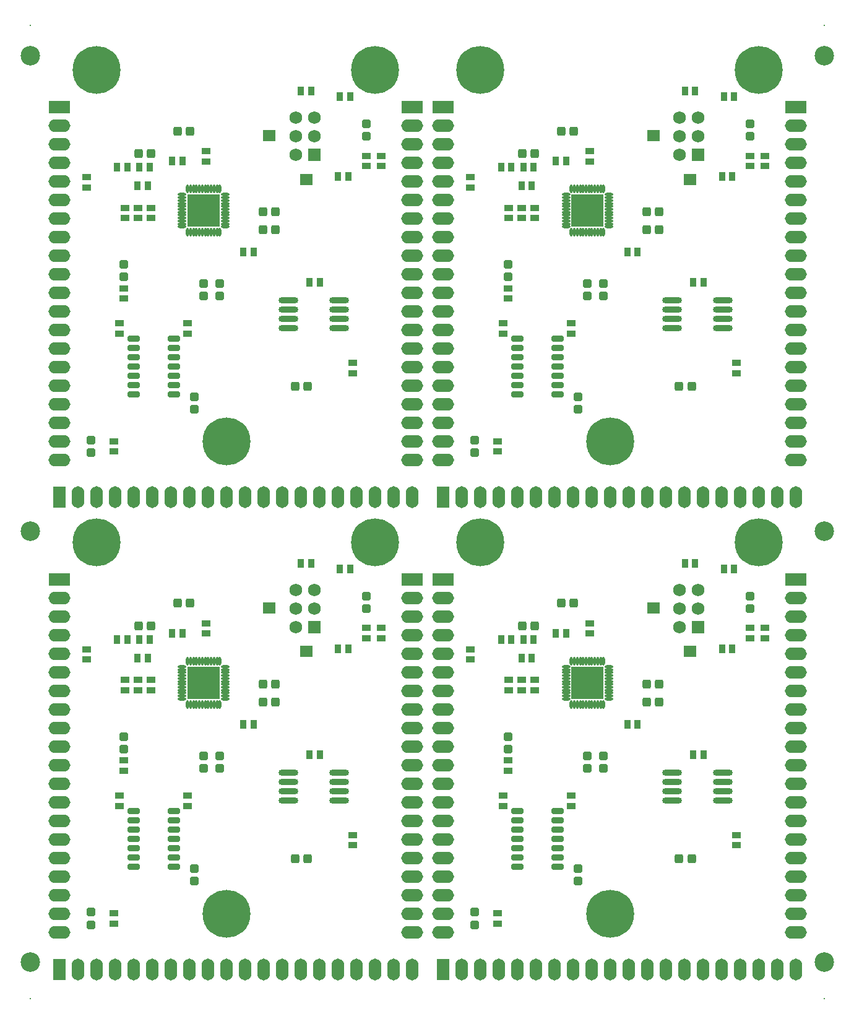
<source format=gts>
G04 Layer_Color=8388736*
%FSLAX25Y25*%
%MOIN*%
G70*
G01*
G75*
%ADD45R,0.07087X0.06299*%
%ADD46C,0.10512*%
%ADD47R,0.04540X0.03753*%
%ADD48R,0.03753X0.04540*%
G04:AMPARAMS|DCode=49|XSize=47.37mil|YSize=43.43mil|CornerRadius=8.43mil|HoleSize=0mil|Usage=FLASHONLY|Rotation=0.000|XOffset=0mil|YOffset=0mil|HoleType=Round|Shape=RoundedRectangle|*
%AMROUNDEDRECTD49*
21,1,0.04737,0.02657,0,0,0.0*
21,1,0.03051,0.04343,0,0,0.0*
1,1,0.01686,0.01526,-0.01329*
1,1,0.01686,-0.01526,-0.01329*
1,1,0.01686,-0.01526,0.01329*
1,1,0.01686,0.01526,0.01329*
%
%ADD49ROUNDEDRECTD49*%
%ADD50R,0.03300X0.05800*%
G04:AMPARAMS|DCode=51|XSize=47.37mil|YSize=43.43mil|CornerRadius=8.43mil|HoleSize=0mil|Usage=FLASHONLY|Rotation=90.000|XOffset=0mil|YOffset=0mil|HoleType=Round|Shape=RoundedRectangle|*
%AMROUNDEDRECTD51*
21,1,0.04737,0.02657,0,0,90.0*
21,1,0.03051,0.04343,0,0,90.0*
1,1,0.01686,0.01329,0.01526*
1,1,0.01686,0.01329,-0.01526*
1,1,0.01686,-0.01329,-0.01526*
1,1,0.01686,-0.01329,0.01526*
%
%ADD51ROUNDEDRECTD51*%
G04:AMPARAMS|DCode=52|XSize=31.62mil|YSize=65.09mil|CornerRadius=5.18mil|HoleSize=0mil|Usage=FLASHONLY|Rotation=90.000|XOffset=0mil|YOffset=0mil|HoleType=Round|Shape=RoundedRectangle|*
%AMROUNDEDRECTD52*
21,1,0.03162,0.05472,0,0,90.0*
21,1,0.02126,0.06509,0,0,90.0*
1,1,0.01036,0.02736,0.01063*
1,1,0.01036,0.02736,-0.01063*
1,1,0.01036,-0.02736,-0.01063*
1,1,0.01036,-0.02736,0.01063*
%
%ADD52ROUNDEDRECTD52*%
%ADD53O,0.10642X0.03359*%
%ADD54R,0.17729X0.17729*%
%ADD55O,0.01745X0.04540*%
%ADD56O,0.04540X0.01745*%
%ADD57C,0.00800*%
%ADD58C,0.25800*%
%ADD59O,0.11800X0.06800*%
%ADD60R,0.11800X0.06800*%
%ADD61O,0.06800X0.11800*%
%ADD62R,0.06800X0.11800*%
%ADD63R,0.06902X0.06902*%
%ADD64C,0.06902*%
%ADD65C,0.02768*%
D45*
X121066Y202756D02*
D03*
X140751Y179134D02*
D03*
X327766Y202756D02*
D03*
X347451Y179134D02*
D03*
X121066Y456956D02*
D03*
X140751Y433334D02*
D03*
X327766Y456956D02*
D03*
X347451Y433334D02*
D03*
D46*
X-7874Y11811D02*
D03*
X419874D02*
D03*
Y244094D02*
D03*
X-7874D02*
D03*
X419874Y500000D02*
D03*
X-7874D02*
D03*
D47*
X42720Y114961D02*
D03*
Y120473D02*
D03*
X165948Y80315D02*
D03*
Y74803D02*
D03*
X43330Y158339D02*
D03*
Y163850D02*
D03*
X50330D02*
D03*
Y158339D02*
D03*
X57330D02*
D03*
Y163850D02*
D03*
X86830Y194350D02*
D03*
Y188839D02*
D03*
X173330Y186339D02*
D03*
Y191850D02*
D03*
X181330Y186339D02*
D03*
Y191850D02*
D03*
X37330Y38177D02*
D03*
Y32665D02*
D03*
X22507Y180276D02*
D03*
Y174764D02*
D03*
X76972Y101575D02*
D03*
Y96063D02*
D03*
X40358Y101575D02*
D03*
Y96063D02*
D03*
X249420Y114961D02*
D03*
Y120473D02*
D03*
X372648Y80315D02*
D03*
Y74803D02*
D03*
X250030Y158339D02*
D03*
Y163850D02*
D03*
X257030D02*
D03*
Y158339D02*
D03*
X264030D02*
D03*
Y163850D02*
D03*
X293530Y194350D02*
D03*
Y188839D02*
D03*
X380030Y186339D02*
D03*
Y191850D02*
D03*
X388030Y186339D02*
D03*
Y191850D02*
D03*
X244030Y38177D02*
D03*
Y32665D02*
D03*
X229207Y180276D02*
D03*
Y174764D02*
D03*
X283672Y101575D02*
D03*
Y96063D02*
D03*
X247058Y101575D02*
D03*
Y96063D02*
D03*
X42720Y369161D02*
D03*
Y374673D02*
D03*
X165948Y334515D02*
D03*
Y329003D02*
D03*
X43330Y412539D02*
D03*
Y418050D02*
D03*
X50330D02*
D03*
Y412539D02*
D03*
X57330D02*
D03*
Y418050D02*
D03*
X86830Y448550D02*
D03*
Y443039D02*
D03*
X173330Y440539D02*
D03*
Y446050D02*
D03*
X181330Y440539D02*
D03*
Y446050D02*
D03*
X37330Y292377D02*
D03*
Y286865D02*
D03*
X22507Y434476D02*
D03*
Y428964D02*
D03*
X76972Y355775D02*
D03*
Y350263D02*
D03*
X40358Y355775D02*
D03*
Y350263D02*
D03*
X249420Y369161D02*
D03*
Y374673D02*
D03*
X372648Y334515D02*
D03*
Y329003D02*
D03*
X250030Y412539D02*
D03*
Y418050D02*
D03*
X257030D02*
D03*
Y412539D02*
D03*
X264030D02*
D03*
Y418050D02*
D03*
X293530Y448550D02*
D03*
Y443039D02*
D03*
X380030Y440539D02*
D03*
Y446050D02*
D03*
X388030Y440539D02*
D03*
Y446050D02*
D03*
X244030Y292377D02*
D03*
Y286865D02*
D03*
X229207Y434476D02*
D03*
Y428964D02*
D03*
X283672Y355775D02*
D03*
Y350263D02*
D03*
X247058Y355775D02*
D03*
Y350263D02*
D03*
D48*
X55586Y175594D02*
D03*
X50074D02*
D03*
X74086Y189094D02*
D03*
X68574D02*
D03*
X148086Y123594D02*
D03*
X142574D02*
D03*
X159074Y223594D02*
D03*
X164586D02*
D03*
X158074Y180595D02*
D03*
X163586D02*
D03*
X39074Y185594D02*
D03*
X44586D02*
D03*
X56586D02*
D03*
X51074D02*
D03*
X107074Y140094D02*
D03*
X112586D02*
D03*
X138074Y226594D02*
D03*
X143586D02*
D03*
X262286Y175594D02*
D03*
X256774D02*
D03*
X280786Y189094D02*
D03*
X275274D02*
D03*
X354786Y123594D02*
D03*
X349274D02*
D03*
X365774Y223594D02*
D03*
X371286D02*
D03*
X364774Y180595D02*
D03*
X370286D02*
D03*
X245774Y185594D02*
D03*
X251286D02*
D03*
X263286D02*
D03*
X257774D02*
D03*
X313774Y140094D02*
D03*
X319286D02*
D03*
X344774Y226594D02*
D03*
X350286D02*
D03*
X55586Y429795D02*
D03*
X50074D02*
D03*
X74086Y443294D02*
D03*
X68574D02*
D03*
X148086Y377795D02*
D03*
X142574D02*
D03*
X159074Y477795D02*
D03*
X164586D02*
D03*
X158074Y434795D02*
D03*
X163586D02*
D03*
X39074Y439794D02*
D03*
X44586D02*
D03*
X56586D02*
D03*
X51074D02*
D03*
X107074Y394295D02*
D03*
X112586D02*
D03*
X138074Y480794D02*
D03*
X143586D02*
D03*
X262286Y429795D02*
D03*
X256774D02*
D03*
X280786Y443294D02*
D03*
X275274D02*
D03*
X354786Y377795D02*
D03*
X349274D02*
D03*
X365774Y477795D02*
D03*
X371286D02*
D03*
X364774Y434795D02*
D03*
X370286D02*
D03*
X245774Y439794D02*
D03*
X251286D02*
D03*
X263286D02*
D03*
X257774D02*
D03*
X313774Y394295D02*
D03*
X319286D02*
D03*
X344774Y480794D02*
D03*
X350286D02*
D03*
D49*
X173330Y208941D02*
D03*
Y202248D02*
D03*
X42720Y133268D02*
D03*
Y126575D02*
D03*
X85633Y123031D02*
D03*
Y116339D02*
D03*
X80515Y55512D02*
D03*
Y62205D02*
D03*
X25003Y32087D02*
D03*
Y38780D02*
D03*
X94295Y116339D02*
D03*
Y123031D02*
D03*
X380030Y208941D02*
D03*
Y202248D02*
D03*
X249420Y133268D02*
D03*
Y126575D02*
D03*
X292333Y123031D02*
D03*
Y116339D02*
D03*
X287215Y55512D02*
D03*
Y62205D02*
D03*
X231703Y32087D02*
D03*
Y38780D02*
D03*
X300994Y116339D02*
D03*
Y123031D02*
D03*
X173330Y463141D02*
D03*
Y456448D02*
D03*
X42720Y387468D02*
D03*
Y380775D02*
D03*
X85633Y377232D02*
D03*
Y370539D02*
D03*
X80515Y309712D02*
D03*
Y316405D02*
D03*
X25003Y286287D02*
D03*
Y292980D02*
D03*
X94295Y370539D02*
D03*
Y377232D02*
D03*
X380030Y463141D02*
D03*
Y456448D02*
D03*
X249420Y387468D02*
D03*
Y380775D02*
D03*
X292333Y377232D02*
D03*
Y370539D02*
D03*
X287215Y309712D02*
D03*
Y316405D02*
D03*
X231703Y286287D02*
D03*
Y292980D02*
D03*
X300994Y370539D02*
D03*
Y377232D02*
D03*
D50*
X122688Y202756D02*
D03*
X119445D02*
D03*
X142373Y179134D02*
D03*
X139129D02*
D03*
X329388Y202756D02*
D03*
X326145D02*
D03*
X349073Y179134D02*
D03*
X345830D02*
D03*
X122688Y456956D02*
D03*
X119445D02*
D03*
X142373Y433334D02*
D03*
X139129D02*
D03*
X329388Y456956D02*
D03*
X326145D02*
D03*
X349073Y433334D02*
D03*
X345830D02*
D03*
D51*
X50484Y193095D02*
D03*
X57176D02*
D03*
X71657Y205118D02*
D03*
X78350D02*
D03*
X124176Y161594D02*
D03*
X117483D02*
D03*
X124176Y152094D02*
D03*
X117483D02*
D03*
X141735Y67716D02*
D03*
X135043D02*
D03*
X257184Y193095D02*
D03*
X263876D02*
D03*
X278357Y205118D02*
D03*
X285050D02*
D03*
X330876Y161594D02*
D03*
X324183D02*
D03*
X330876Y152094D02*
D03*
X324183D02*
D03*
X348435Y67716D02*
D03*
X341742D02*
D03*
X50484Y447295D02*
D03*
X57176D02*
D03*
X71657Y459318D02*
D03*
X78350D02*
D03*
X124176Y415795D02*
D03*
X117483D02*
D03*
X124176Y406294D02*
D03*
X117483D02*
D03*
X141735Y321917D02*
D03*
X135043D02*
D03*
X257184Y447295D02*
D03*
X263876D02*
D03*
X278357Y459318D02*
D03*
X285050D02*
D03*
X330876Y415795D02*
D03*
X324183D02*
D03*
X330876Y406294D02*
D03*
X324183D02*
D03*
X348435Y321917D02*
D03*
X341742D02*
D03*
D52*
X48035Y93386D02*
D03*
Y88386D02*
D03*
Y83386D02*
D03*
Y78386D02*
D03*
Y73386D02*
D03*
Y68386D02*
D03*
Y63386D02*
D03*
X69491Y93386D02*
D03*
Y88386D02*
D03*
Y83386D02*
D03*
Y78386D02*
D03*
Y73386D02*
D03*
Y68386D02*
D03*
Y63386D02*
D03*
X254735Y93386D02*
D03*
Y88386D02*
D03*
Y83386D02*
D03*
Y78386D02*
D03*
Y73386D02*
D03*
Y68386D02*
D03*
Y63386D02*
D03*
X276191Y93386D02*
D03*
Y88386D02*
D03*
Y83386D02*
D03*
Y78386D02*
D03*
Y73386D02*
D03*
Y68386D02*
D03*
Y63386D02*
D03*
X48035Y347586D02*
D03*
Y342586D02*
D03*
Y337586D02*
D03*
Y332586D02*
D03*
Y327586D02*
D03*
Y322586D02*
D03*
Y317586D02*
D03*
X69491Y347586D02*
D03*
Y342586D02*
D03*
Y337586D02*
D03*
Y332586D02*
D03*
Y327586D02*
D03*
Y322586D02*
D03*
Y317586D02*
D03*
X254735Y347586D02*
D03*
Y342586D02*
D03*
Y337586D02*
D03*
Y332586D02*
D03*
Y327586D02*
D03*
Y322586D02*
D03*
Y317586D02*
D03*
X276191Y347586D02*
D03*
Y342586D02*
D03*
Y337586D02*
D03*
Y332586D02*
D03*
Y327586D02*
D03*
Y322586D02*
D03*
Y317586D02*
D03*
D53*
X131247Y114094D02*
D03*
Y109095D02*
D03*
Y104095D02*
D03*
Y99094D02*
D03*
X158413Y114094D02*
D03*
Y109095D02*
D03*
Y104095D02*
D03*
Y99094D02*
D03*
X337947Y114094D02*
D03*
Y109095D02*
D03*
Y104095D02*
D03*
Y99094D02*
D03*
X365113Y114094D02*
D03*
Y109095D02*
D03*
Y104095D02*
D03*
Y99094D02*
D03*
X131247Y368295D02*
D03*
Y363295D02*
D03*
Y358295D02*
D03*
Y353294D02*
D03*
X158413Y368295D02*
D03*
Y363295D02*
D03*
Y358295D02*
D03*
Y353294D02*
D03*
X337947Y368295D02*
D03*
Y363295D02*
D03*
Y358295D02*
D03*
Y353294D02*
D03*
X365113Y368295D02*
D03*
Y363295D02*
D03*
Y358295D02*
D03*
Y353294D02*
D03*
D54*
X85668Y162291D02*
D03*
X292369D02*
D03*
X85668Y416491D02*
D03*
X292369D02*
D03*
D55*
X77007Y173906D02*
D03*
X78582D02*
D03*
X80157D02*
D03*
X81731D02*
D03*
X83306D02*
D03*
X84881D02*
D03*
X86456D02*
D03*
X88031D02*
D03*
X89605D02*
D03*
X91180D02*
D03*
X92755D02*
D03*
X94330D02*
D03*
Y150677D02*
D03*
X92755D02*
D03*
X91180D02*
D03*
X89605D02*
D03*
X88031D02*
D03*
X86456D02*
D03*
X84881D02*
D03*
X83306D02*
D03*
X81731D02*
D03*
X80157D02*
D03*
X78582D02*
D03*
X77007D02*
D03*
X283707Y173906D02*
D03*
X285282D02*
D03*
X286857D02*
D03*
X288432D02*
D03*
X290006D02*
D03*
X291581D02*
D03*
X293156D02*
D03*
X294731D02*
D03*
X296305D02*
D03*
X297880D02*
D03*
X299455D02*
D03*
X301030D02*
D03*
Y150677D02*
D03*
X299455D02*
D03*
X297880D02*
D03*
X296305D02*
D03*
X294731D02*
D03*
X293156D02*
D03*
X291581D02*
D03*
X290006D02*
D03*
X288432D02*
D03*
X286857D02*
D03*
X285282D02*
D03*
X283707D02*
D03*
X77007Y428105D02*
D03*
X78582D02*
D03*
X80157D02*
D03*
X81731D02*
D03*
X83306D02*
D03*
X84881D02*
D03*
X86456D02*
D03*
X88031D02*
D03*
X89605D02*
D03*
X91180D02*
D03*
X92755D02*
D03*
X94330D02*
D03*
Y404877D02*
D03*
X92755D02*
D03*
X91180D02*
D03*
X89605D02*
D03*
X88031D02*
D03*
X86456D02*
D03*
X84881D02*
D03*
X83306D02*
D03*
X81731D02*
D03*
X80157D02*
D03*
X78582D02*
D03*
X77007D02*
D03*
X283707Y428105D02*
D03*
X285282D02*
D03*
X286857D02*
D03*
X288432D02*
D03*
X290006D02*
D03*
X291581D02*
D03*
X293156D02*
D03*
X294731D02*
D03*
X296305D02*
D03*
X297880D02*
D03*
X299455D02*
D03*
X301030D02*
D03*
Y404877D02*
D03*
X299455D02*
D03*
X297880D02*
D03*
X296305D02*
D03*
X294731D02*
D03*
X293156D02*
D03*
X291581D02*
D03*
X290006D02*
D03*
X288432D02*
D03*
X286857D02*
D03*
X285282D02*
D03*
X283707D02*
D03*
D56*
X97283Y170953D02*
D03*
Y169378D02*
D03*
Y167803D02*
D03*
Y166228D02*
D03*
Y164654D02*
D03*
Y163079D02*
D03*
Y161504D02*
D03*
Y159929D02*
D03*
Y158354D02*
D03*
Y156780D02*
D03*
Y155205D02*
D03*
Y153630D02*
D03*
X74054D02*
D03*
Y155205D02*
D03*
Y156780D02*
D03*
Y158354D02*
D03*
Y159929D02*
D03*
Y161504D02*
D03*
Y163079D02*
D03*
Y164654D02*
D03*
Y166228D02*
D03*
Y167803D02*
D03*
Y169378D02*
D03*
Y170953D02*
D03*
X303983D02*
D03*
Y169378D02*
D03*
Y167803D02*
D03*
Y166228D02*
D03*
Y164654D02*
D03*
Y163079D02*
D03*
Y161504D02*
D03*
Y159929D02*
D03*
Y158354D02*
D03*
Y156780D02*
D03*
Y155205D02*
D03*
Y153630D02*
D03*
X280754D02*
D03*
Y155205D02*
D03*
Y156780D02*
D03*
Y158354D02*
D03*
Y159929D02*
D03*
Y161504D02*
D03*
Y163079D02*
D03*
Y164654D02*
D03*
Y166228D02*
D03*
Y167803D02*
D03*
Y169378D02*
D03*
Y170953D02*
D03*
X97283Y425153D02*
D03*
Y423578D02*
D03*
Y422003D02*
D03*
Y420428D02*
D03*
Y418854D02*
D03*
Y417279D02*
D03*
Y415704D02*
D03*
Y414129D02*
D03*
Y412554D02*
D03*
Y410980D02*
D03*
Y409405D02*
D03*
Y407830D02*
D03*
X74054D02*
D03*
Y409405D02*
D03*
Y410980D02*
D03*
Y412554D02*
D03*
Y414129D02*
D03*
Y415704D02*
D03*
Y417279D02*
D03*
Y418854D02*
D03*
Y420428D02*
D03*
Y422003D02*
D03*
Y423578D02*
D03*
Y425153D02*
D03*
X303983D02*
D03*
Y423578D02*
D03*
Y422003D02*
D03*
Y420428D02*
D03*
Y418854D02*
D03*
Y417279D02*
D03*
Y415704D02*
D03*
Y414129D02*
D03*
Y412554D02*
D03*
Y410980D02*
D03*
Y409405D02*
D03*
Y407830D02*
D03*
X280754D02*
D03*
Y409405D02*
D03*
Y410980D02*
D03*
Y412554D02*
D03*
Y414129D02*
D03*
Y415704D02*
D03*
Y417279D02*
D03*
Y418854D02*
D03*
Y420428D02*
D03*
Y422003D02*
D03*
Y423578D02*
D03*
Y425153D02*
D03*
D57*
X419874Y516374D02*
D03*
Y-7874D02*
D03*
X-7874D02*
D03*
X-7874Y516374D02*
D03*
D58*
X177830Y238094D02*
D03*
X27830D02*
D03*
X97830Y38094D02*
D03*
X384530Y238094D02*
D03*
X234530D02*
D03*
X304530Y38094D02*
D03*
X177830Y492295D02*
D03*
X27830D02*
D03*
X97830Y292295D02*
D03*
X384530Y492295D02*
D03*
X234530D02*
D03*
X304530Y292295D02*
D03*
D59*
X197830Y28095D02*
D03*
Y38094D02*
D03*
Y48094D02*
D03*
Y58095D02*
D03*
Y68094D02*
D03*
Y78095D02*
D03*
Y88095D02*
D03*
Y98094D02*
D03*
Y108095D02*
D03*
Y118095D02*
D03*
Y128094D02*
D03*
Y138094D02*
D03*
Y148094D02*
D03*
Y158095D02*
D03*
Y168095D02*
D03*
Y178094D02*
D03*
Y188094D02*
D03*
Y198094D02*
D03*
Y208095D02*
D03*
X7830Y28095D02*
D03*
Y38094D02*
D03*
Y48094D02*
D03*
Y58095D02*
D03*
Y68094D02*
D03*
Y78095D02*
D03*
Y88095D02*
D03*
Y98094D02*
D03*
Y108095D02*
D03*
Y118095D02*
D03*
Y128094D02*
D03*
Y138094D02*
D03*
Y148094D02*
D03*
Y158095D02*
D03*
Y168095D02*
D03*
Y178094D02*
D03*
Y188094D02*
D03*
Y198094D02*
D03*
Y208095D02*
D03*
X404530Y28095D02*
D03*
Y38094D02*
D03*
Y48094D02*
D03*
Y58095D02*
D03*
Y68094D02*
D03*
Y78095D02*
D03*
Y88095D02*
D03*
Y98094D02*
D03*
Y108095D02*
D03*
Y118095D02*
D03*
Y128094D02*
D03*
Y138094D02*
D03*
Y148094D02*
D03*
Y158095D02*
D03*
Y168095D02*
D03*
Y178094D02*
D03*
Y188094D02*
D03*
Y198094D02*
D03*
Y208095D02*
D03*
X214530Y28095D02*
D03*
Y38094D02*
D03*
Y48094D02*
D03*
Y58095D02*
D03*
Y68094D02*
D03*
Y78095D02*
D03*
Y88095D02*
D03*
Y98094D02*
D03*
Y108095D02*
D03*
Y118095D02*
D03*
Y128094D02*
D03*
Y138094D02*
D03*
Y148094D02*
D03*
Y158095D02*
D03*
Y168095D02*
D03*
Y178094D02*
D03*
Y188094D02*
D03*
Y198094D02*
D03*
Y208095D02*
D03*
X197830Y282295D02*
D03*
Y292295D02*
D03*
Y302294D02*
D03*
Y312295D02*
D03*
Y322294D02*
D03*
Y332295D02*
D03*
Y342295D02*
D03*
Y352294D02*
D03*
Y362295D02*
D03*
Y372294D02*
D03*
Y382295D02*
D03*
Y392295D02*
D03*
Y402294D02*
D03*
Y412294D02*
D03*
Y422295D02*
D03*
Y432295D02*
D03*
Y442295D02*
D03*
Y452294D02*
D03*
Y462294D02*
D03*
X7830Y282295D02*
D03*
Y292295D02*
D03*
Y302294D02*
D03*
Y312295D02*
D03*
Y322294D02*
D03*
Y332295D02*
D03*
Y342295D02*
D03*
Y352294D02*
D03*
Y362295D02*
D03*
Y372294D02*
D03*
Y382295D02*
D03*
Y392295D02*
D03*
Y402294D02*
D03*
Y412294D02*
D03*
Y422295D02*
D03*
Y432295D02*
D03*
Y442295D02*
D03*
Y452294D02*
D03*
Y462294D02*
D03*
X404530Y282295D02*
D03*
Y292295D02*
D03*
Y302294D02*
D03*
Y312295D02*
D03*
Y322294D02*
D03*
Y332295D02*
D03*
Y342295D02*
D03*
Y352294D02*
D03*
Y362295D02*
D03*
Y372294D02*
D03*
Y382295D02*
D03*
Y392295D02*
D03*
Y402294D02*
D03*
Y412294D02*
D03*
Y422295D02*
D03*
Y432295D02*
D03*
Y442295D02*
D03*
Y452294D02*
D03*
Y462294D02*
D03*
X214530Y282295D02*
D03*
Y292295D02*
D03*
Y302294D02*
D03*
Y312295D02*
D03*
Y322294D02*
D03*
Y332295D02*
D03*
Y342295D02*
D03*
Y352294D02*
D03*
Y362295D02*
D03*
Y372294D02*
D03*
Y382295D02*
D03*
Y392295D02*
D03*
Y402294D02*
D03*
Y412294D02*
D03*
Y422295D02*
D03*
Y432295D02*
D03*
Y442295D02*
D03*
Y452294D02*
D03*
Y462294D02*
D03*
D60*
X197830Y218094D02*
D03*
X7830D02*
D03*
X404530D02*
D03*
X214530D02*
D03*
X197830Y472295D02*
D03*
X7830D02*
D03*
X404530D02*
D03*
X214530D02*
D03*
D61*
X197830Y8095D02*
D03*
X187830D02*
D03*
X177830D02*
D03*
X167830D02*
D03*
X157830D02*
D03*
X147830D02*
D03*
X137830D02*
D03*
X127830D02*
D03*
X117830D02*
D03*
X107830D02*
D03*
X97830D02*
D03*
X87830D02*
D03*
X77830D02*
D03*
X67830D02*
D03*
X57830D02*
D03*
X47830D02*
D03*
X37830D02*
D03*
X27830D02*
D03*
X17830D02*
D03*
X404530D02*
D03*
X394530D02*
D03*
X384530D02*
D03*
X374530D02*
D03*
X364530D02*
D03*
X354530D02*
D03*
X344530D02*
D03*
X334530D02*
D03*
X324530D02*
D03*
X314530D02*
D03*
X304530D02*
D03*
X294530D02*
D03*
X284530D02*
D03*
X274530D02*
D03*
X264530D02*
D03*
X254530D02*
D03*
X244530D02*
D03*
X234530D02*
D03*
X224530D02*
D03*
X197830Y262295D02*
D03*
X187830D02*
D03*
X177830D02*
D03*
X167830D02*
D03*
X157830D02*
D03*
X147830D02*
D03*
X137830D02*
D03*
X127830D02*
D03*
X117830D02*
D03*
X107830D02*
D03*
X97830D02*
D03*
X87830D02*
D03*
X77830D02*
D03*
X67830D02*
D03*
X57830D02*
D03*
X47830D02*
D03*
X37830D02*
D03*
X27830D02*
D03*
X17830D02*
D03*
X404530D02*
D03*
X394530D02*
D03*
X384530D02*
D03*
X374530D02*
D03*
X364530D02*
D03*
X354530D02*
D03*
X344530D02*
D03*
X334530D02*
D03*
X324530D02*
D03*
X314530D02*
D03*
X304530D02*
D03*
X294530D02*
D03*
X284530D02*
D03*
X274530D02*
D03*
X264530D02*
D03*
X254530D02*
D03*
X244530D02*
D03*
X234530D02*
D03*
X224530D02*
D03*
D62*
X7830Y8095D02*
D03*
X214530D02*
D03*
X7830Y262295D02*
D03*
X214530D02*
D03*
D63*
X145082Y192362D02*
D03*
X351782D02*
D03*
X145082Y446562D02*
D03*
X351782D02*
D03*
D64*
X145082Y202362D02*
D03*
Y212362D02*
D03*
X135082Y192362D02*
D03*
Y202362D02*
D03*
Y212362D02*
D03*
X351782Y202362D02*
D03*
Y212362D02*
D03*
X341782Y192362D02*
D03*
Y202362D02*
D03*
Y212362D02*
D03*
X145082Y456562D02*
D03*
Y466562D02*
D03*
X135082Y446562D02*
D03*
Y456562D02*
D03*
Y466562D02*
D03*
X351782Y456562D02*
D03*
Y466562D02*
D03*
X341782Y446562D02*
D03*
Y456562D02*
D03*
Y466562D02*
D03*
D65*
X92165Y155795D02*
D03*
X87834D02*
D03*
X83503D02*
D03*
X79172D02*
D03*
X92165Y160126D02*
D03*
X87834D02*
D03*
X83503D02*
D03*
X79172D02*
D03*
X92165Y164457D02*
D03*
X87834D02*
D03*
X83503D02*
D03*
X79172D02*
D03*
X92165Y168787D02*
D03*
X87834D02*
D03*
X83503D02*
D03*
X79172D02*
D03*
X298865Y155795D02*
D03*
X294534D02*
D03*
X290203D02*
D03*
X285872D02*
D03*
X298865Y160126D02*
D03*
X294534D02*
D03*
X290203D02*
D03*
X285872D02*
D03*
X298865Y164457D02*
D03*
X294534D02*
D03*
X290203D02*
D03*
X285872D02*
D03*
X298865Y168787D02*
D03*
X294534D02*
D03*
X290203D02*
D03*
X285872D02*
D03*
X92165Y409995D02*
D03*
X87834D02*
D03*
X83503D02*
D03*
X79172D02*
D03*
X92165Y414326D02*
D03*
X87834D02*
D03*
X83503D02*
D03*
X79172D02*
D03*
X92165Y418657D02*
D03*
X87834D02*
D03*
X83503D02*
D03*
X79172D02*
D03*
X92165Y422987D02*
D03*
X87834D02*
D03*
X83503D02*
D03*
X79172D02*
D03*
X298865Y409995D02*
D03*
X294534D02*
D03*
X290203D02*
D03*
X285872D02*
D03*
X298865Y414326D02*
D03*
X294534D02*
D03*
X290203D02*
D03*
X285872D02*
D03*
X298865Y418657D02*
D03*
X294534D02*
D03*
X290203D02*
D03*
X285872D02*
D03*
X298865Y422987D02*
D03*
X294534D02*
D03*
X290203D02*
D03*
X285872D02*
D03*
M02*

</source>
